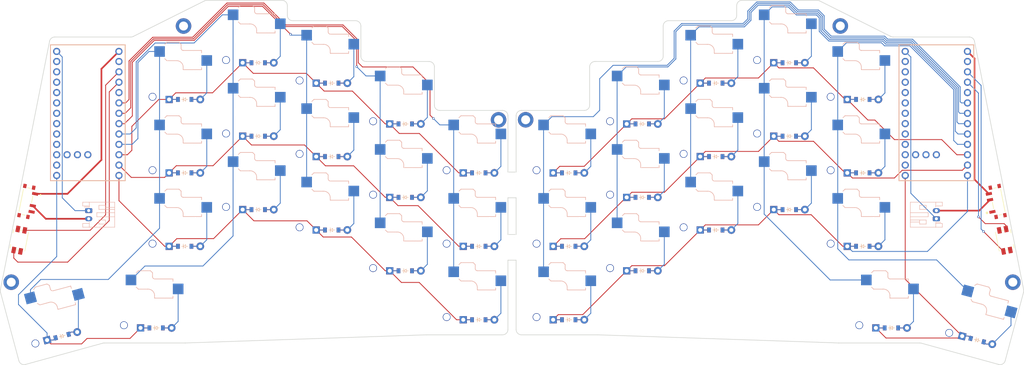
<source format=kicad_pcb>
(kicad_pcb (version 20241229) (generator "pcbnew") (generator_version "9.0")
  (title_block (title "evo34") (date "2026-01-18") (rev "v1.0.0") (company "Unknown"))
  (layers (0 "F.Cu" signal) (2 "B.Cu" signal) (13 "F.Paste" user) (15 "B.Paste" user) (5 "F.SilkS" user "F.Silkscreen") (7 "B.SilkS" user "B.Silkscreen") (1 "F.Mask" user) (3 "B.Mask" user) (25 "Edge.Cuts" user))
  (net 0 "")
  (net 1 "L_BAT-")
  (net 2 "L_D1")
  (net 3 "L_D0")
  (net 4 "L_GND_1")
  (net 5 "L_GND_2")
  (net 6 "L_D2")
  (net 7 "L_D3")
  (net 8 "L_D4")
  (net 9 "L_D5")
  (net 10 "L_D6")
  (net 11 "L_D7")
  (net 12 "L_D8")
  (net 13 "L_D9")
  (net 14 "L_PWR+")
  (net 15 "L_RAW")
  (net 16 "L_RST_GND")
  (net 17 "L_RST")
  (net 18 "L_VCC")
  (net 19 "L_D21")
  (net 20 "L_D20")
  (net 21 "L_D19")
  (net 22 "L_D18")
  (net 23 "L_D15")
  (net 24 "L_D14")
  (net 25 "L_D16")
  (net 26 "L_D10")
  (net 27 "R_BAT-")
  (net 28 "R_D1")
  (net 29 "R_D0")
  (net 30 "R_GND_1")
  (net 31 "R_GND_2")
  (net 32 "R_D2")
  (net 33 "R_D3")
  (net 34 "R_D4")
  (net 35 "R_D5")
  (net 36 "R_D6")
  (net 37 "R_D7")
  (net 38 "R_D8")
  (net 39 "R_D9")
  (net 40 "R_PWR+")
  (net 41 "R_RAW")
  (net 42 "R_RST_GND")
  (net 43 "R_RST")
  (net 44 "R_VCC")
  (net 45 "R_D21")
  (net 46 "R_D20")
  (net 47 "R_D19")
  (net 48 "R_D18")
  (net 49 "R_D15")
  (net 50 "R_D14")
  (net 51 "R_D16")
  (net 52 "R_D10")
  (net 53 "L_BAT+")
  (net 54 "R_BAT+")
  (net 55 "L_inner_top")
  (net 56 "L_inner_home")
  (net 57 "L_inner_bottom")
  (net 58 "L_index_top")
  (net 59 "L_index_home")
  (net 60 "L_index_bottom")
  (net 61 "L_middle_top")
  (net 62 "L_middle_home")
  (net 63 "L_middle_bottom")
  (net 64 "L_ring_top")
  (net 65 "L_ring_home")
  (net 66 "L_ring_bottom")
  (net 67 "L_thumbfan_default")
  (net 68 "L_thumbfan_near")
  (net 69 "L_pinky_top")
  (net 70 "L_pinky_home")
  (net 71 "L_pinky_bottom")
  (net 72 "R_inner_top")
  (net 73 "R_inner_home")
  (net 74 "R_inner_bottom")
  (net 75 "R_index_top")
  (net 76 "R_index_home")
  (net 77 "R_index_bottom")
  (net 78 "R_middle_top")
  (net 79 "R_middle_home")
  (net 80 "R_middle_bottom")
  (net 81 "R_ring_top")
  (net 82 "R_ring_home")
  (net 83 "R_ring_bottom")
  (net 84 "R_pinky_top")
  (net 85 "R_pinky_home")
  (net 86 "R_pinky_bottom")
  (net 87 "R_thumbfan_near")
  (net 88 "R_thumbfan_default")
  (footprint "Panelization:BreakLine_7h_D0.5mm_P0.85mm" (layer "F.Cu") (at 198.9 146.25 90)
    (property "Reference" "REF**" (hide yes))
    (property "Value" "BreakLine_7h_D0.5mm_P0.85mm" (hide yes))
  )
  (footprint "ComboDiode" (layer "F.Cu") (at 285.393874 110)
    (property "Reference" "D15" (hide yes))
    (property "Value" "" (hide yes))
  )
  (footprint "keyboard_parts:mounting_hole" (layer "F.Cu") (at 322.110785 154.794785)
    (property "Reference" "REF**" (hide yes))
    (property "Value" "mounting_hole" (hide yes))
  )
  (footprint "ComboDiode" (layer "F.Cu") (at 313.393874 169 -15)
    (property "Reference" "D17" (hide yes))
    (property "Value" "" (hide yes))
  )
  (footprint "ComboDiode" (layer "F.Cu") (at 231.393874 116)
    (property "Reference" "D6" (hide yes))
    (property "Value" "" (hide yes))
  )
  (footprint "ComboDiode" (layer "F.Cu") (at 155.385 106)
    (property "Reference" "D26" (hide yes))
    (property "Value" "" (hide yes))
  )
  (footprint "ComboDiode" (layer "F.Cu") (at 231.393874 134)
    (property "Reference" "D5" (hide yes))
    (property "Value" "" (hide yes))
  )
  (footprint "ComboDiode" (layer "F.Cu") (at 249.393874 142)
    (property "Reference" "D7" (hide yes))
    (property "Value" "" (hide yes))
  )
  (footprint "ComboDiode" (layer "F.Cu") (at 173.385 134)
    (property "Reference" "D22" (hide yes))
    (property "Value" "" (hide yes))
  )
  (footprint "keyboard_parts:mounting_hole" (layer "F.Cu") (at 279.88 91.99)
    (property "Reference" "REF**" (hide yes))
    (property "Value" "mounting_hole" (hide yes))
  )
  (footprint "evo34:Nice_Nano_V2_clone" (layer "F.Cu") (at 99.795 116.72)
    (property "Reference" "U1" (hide yes))
    (property "Value" "Nice_Nano_V2_clone" (hide yes))
  )
  (footprint "ComboDiode" (layer "F.Cu") (at 249.393874 124)
    (property "Reference" "D8" (hide yes))
    (property "Value" "" (hide yes))
  )
  (footprint "Panelization:BreakLine_7h_D0.5mm_P0.85mm" (layer "F.Cu") (at 200.1 130.95 90)
    (property "Reference" "REF**" (hide yes))
    (property "Value" "BreakLine_7h_D0.5mm_P0.85mm" (hide yes))
  )
  (footprint "evo34:SW_SSSS811101" (layer "F.Cu") (at 80.635 135 -101.173)
    (property "Reference" "REF**" (hide yes))
    (property "Value" "SW_SSSS811101" (hide yes))
  )
  (footprint "ComboDiode" (layer "F.Cu") (at 267.393874 137)
    (property "Reference" "D10" (hide yes))
    (property "Value" "" (hide yes))
  )
  (footprint "ComboDiode" (layer "F.Cu") (at 112.385 166)
    (property "Reference" "D33" (hide yes))
    (property "Value" "" (hide yes))
  )
  (footprint "ComboDiode" (layer "F.Cu") (at 213.393874 128)
    (property "Reference" "D3" (hide yes))
    (property "Value" "" (hide yes))
  )
  (footprint "ComboDiode" (layer "F.Cu") (at 231.393874 152)
    (property "Reference" "D4" (hide yes))
    (property "Value" "" (hide yes))
  )
  (footprint "Panelization:BreakLine_7h_D0.5mm_P0.85mm" (layer "F.Cu") (at 200.1 146.25 90)
    (property "Reference" "REF**" (hide yes))
    (property "Value" "BreakLine_7h_D0.5mm_P0.85mm" (hide yes))
  )
  (footprint "evo34:Nice_Nano_V2_clone" (layer "F.Cu") (at 307.513874 116.72)
    (property "Reference" "U1" (hide yes))
    (property "Value" "Nice_Nano_V2_clone" (hide yes))
  )
  (footprint "ComboDiode" (layer "F.Cu") (at 191.385 164)
    (property "Reference" "D18" (hide yes))
    (property "Value" "" (hide yes))
  )
  (footprint "ComboDiode" (layer "F.Cu") (at 267.393874 101)
    (property "Reference" "D12" (hide yes))
    (property "Value" "" (hide yes))
  )
  (footprint "Panelization:BreakLine_7h_D0.5mm_P0.85mm" (layer "F.Cu") (at 198.9 130.95 90)
    (property "Reference" "REF**" (hide yes))
    (property "Value" "BreakLine_7h_D0.5mm_P0.85mm" (hide yes))
  )
  (footprint "ComboDiode" (layer "F.Cu") (at 119.385 146)
    (property "Reference" "D30" (hide yes))
    (property "Value" "" (hide yes))
  )
  (footprint "ComboDiode" (layer "F.Cu") (at 213.393874 146)
    (property "Reference" "D2" (hide yes))
    (property "Value" "" (hide yes))
  )
  (footprint "ComboDiode" (layer "F.Cu") (at 249.393874 106)
    (property "Reference" "D9" (hide yes))
    (property "Value" "" (hide yes))
  )
  (footprint "ComboDiode" (layer "F.Cu") (at 267.393874 119)
    (property "Reference" "D11" (hide yes))
    (property "Value" "" (hide yes))
  )
  (footprint "" (layer "F.Cu") (at 202.85 114.98)
    (property "Reference" "")
    (property "Value" "")
  )
  (footprint "ComboDiode" (layer "F.Cu") (at 285.393874 146)
    (property "Reference" "D13" (hide yes))
    (property "Value" "" (hide yes))
  )
  (footprint "ComboDiode" (layer "F.Cu") (at 173.385 116)
    (property "Reference" "D23" (hide yes))
    (property "Value" "" (hide yes))
  )
  (footprint "ComboDiode" (layer "F.Cu") (at 89.385 168 15)
    (property "Reference" "D34" (hide yes))
    (property "Value" "" (hide yes))
  )
  (footprint "ComboDiode" (layer "F.Cu") (at 155.385 142)
    (property "Reference" "D24" (hide yes))
    (property "Value" "" (hide yes))
  )
  (footprint "ComboDiode" (layer "F.Cu") (at 173.385 152)
    (property "Reference" "D21" (hide yes))
    (property "Value" "" (hide yes))
  )
  (footprint "ComboDiode" (layer "F.Cu") (at 119.385 110)
    (property "Reference" "D32" (hide yes))
    (property "Value" "" (hide yes))
  )
  (footprint "ComboDiode" (layer "F.Cu") (at 137.385 101)
    (property "Reference" "D29" (hide yes))
    (property "Value" "" (hide yes))
  )
  (footprint "Button_Switch_SMD:Panasonic_EVQPUL_EVQPUC" (layer "F.Cu") (at 78.885 144.5 78.827)
    (property "Reference" "REF**" (hide yes))
    (property "Value" "Panasonic_EVQPUL_EVQPUC" (hide yes))
  )
  (footprint "ComboDiode" (layer "F.Cu") (at 191.385 146)
    (property "Reference" "D19" (hide yes))
    (property "Value" "" (hide yes))
  )
  (footprint "ComboDiode" (layer "F.Cu") (at 292.393874 166)
    (property "Reference" "D16" (hide yes))
    (property "Value" "" (hide yes))
  )
  (footprint "ComboDiode" (layer "F.Cu") (at 155.385 124)
    (property "Reference" "D25" (hide yes))
    (property "Value" "" (hide yes))
  )
  (footprint "ComboDiode" (layer "F.Cu") (at 191.385 128)
    (property "Reference" "D20" (hide yes))
    (property "Value" "" (hide yes))
  )
  (footprint "ComboDiode" (layer "F.Cu") (at 285.393874 128)
    (property "Reference" "D14" (hide yes))
    (property "Value" "" (hide yes))
  )
  (footprint "ComboDiode" (layer "F.Cu") (at 137.385 119)
    (property "Reference" "D28" (hide yes))
    (property "Value" "" (hide yes))
  )
  (footprint "ComboDiode" (layer "F.Cu") (at 213.393874 164)
    (property "Reference" "D1" (hide yes))
    (property "Value" "" (hide yes))
  )
  (footprint "Button_Switch_SMD:Panasonic_EVQPUL_EVQPUC" (layer "F.Cu") (at 320.143874 144.5 -78.827)
    (property "Reference" "REF**" (hide yes))
    (property "Value" "Panasonic_EVQPUL_EVQPUC" (hide yes))
  )
  (footprint "evo34:SW_SSSS811101" (layer "F.Cu") (at 318.393874 135 101.173)
    (property "Reference" "REF**" (hide yes))
    (property "Value" "SW_SSSS811101" (hide yes))
  )
  (footprint "ComboDiode" (layer "F.Cu") (at 137.385 137)
    (property "Reference" "D27" (hide yes))
    (property "Value" "" (hide yes))
  )
  (footprint "ComboDiode" (layer "F.Cu") (at 119.385 128)
    (property "Reference" "D31" (hide yes))
    (property "Value" "" (hide yes))
  )
  (footprint "ceoloide:switch_choc_v1_v2" (layer "B.Cu") (at 116.512252 140.19434)
    (property "Reference" "S30" (hide yes))
    (property "Value" "")
  )
  (footprint "ceoloide:switch_choc_v1_v2" (layer "B.Cu") (at 210.521126 122.19434)
    (property "Reference" "S3" (hide yes))
    (property "Value" "")
  )
  (footprint "ceoloide:switch_choc_v1_v2" (layer "B.Cu") (at 116.512252 104.19434)
    (property "Reference" "S32" (hide yes))
    (property "Value" "")
  )
  (footprint "" (layer "B.Cu") (at 119.102252 92 180)
    (property "Reference" "")
    (property "Value" "")
  )
  (footprint "ceoloide:switch_choc_v1_v2" (layer "B.Cu") (at 170.512252 146.19434)
    (property "Reference" "S21" (hide yes))
    (property "Value" "")
  )
  (footprint "" (layer "B.Cu") (at 76.922593 154.794785 180)
    (property "Reference" "")
    (property "Value" "")
  )
  (footprint "ceoloide:switch_choc_v1_v2" (layer "B.Cu") (at 116.512252 122.19434)
    (property "Reference" "S31" (hide yes))
    (property "Value" "")
  )
  (footprint "ceoloide:switch_choc_v1_v2" (layer "B.Cu") (at 188.512252 158.19434)
    (property "Reference" "S18" (hide yes))
    (property "Value" "")
  )
  (footprint "ceoloide:switch_choc_v1_v2" (layer "B.Cu") (at 152.512252 118.19434)
    (property "Reference" "S25" (hide yes))
    (property "Value" "")
  )
  (footprint "ceoloide:switch_choc_v1_v2" (layer "B.Cu") (at 152.512252 136.19434)
    (property "Reference" "S24" (hide yes))
    (property "Value" "")
  )
  (footprint "ceoloide:switch_choc_v1_v2" (layer "B.Cu") (at 86.333252 163.542131 15)
    (property "Reference" "S34" (hide yes))
    (property "Value" "")
  )
  (footprint "ceoloide:switch_choc_v1_v2" (layer "B.Cu") (at 134.512252 113.19434)
    (property "Reference" "S28" (hide yes))
    (property "Value" "")
  )
  (footprint "ceoloide:switch_choc_v1_v2" (layer "B.Cu") (at 246.521126 100.19434)
    (property "Reference" "S9" (hide yes))
    (property "Value" "")
  )
  (footprint "ceoloide:switch_choc_v1_v2" (layer "B.Cu") (at 264.521126 95.19434)
    (property "Reference" "S12" (hide yes))
    (property "Value" "")
  )
  (footprint "ceoloide:switch_choc_v1_v2" (layer "B.Cu") (at 210.521126 140.19434)
    (property "Reference" "S2" (hide yes))
    (property "Value" "")
  )
  (footprint "ceoloide:switch_choc_v1_v2" (layer "B.Cu") (at 170.512252 128.19434)
    (property "Reference" "S22" (hide yes))
    (property "Value" "")
  )
  (footprint "ceoloide:switch_choc_v1_v2" (layer "B.Cu") (at 228.521126 128.19434)
    (property "Reference" "S5" (hide yes))
    (property "Value" "")
  )
  (footprint "Connector_JST:JST_PH_S2B-PH-K_1x02_P2.00mm_Horizontal" (layer "B.Cu") (at 95.885 137.25 -90)
    (property "Reference" "REF**" (hide yes))
    (property "Value" "JST_PH_S2B-PH-K_1x02_P2.00mm_Horizontal" (hide yes))
  )
  (footprint "ceoloide:switch_choc_v1_v2" (layer "B.Cu") (at 282.521126 122.19434)
    (property "Reference" "S14" (hide yes))
    (property "Value" "")
  )
  (footprint "" (layer "B.Cu") (at 196.22 114.99743 180)
    (property "Reference" "")
    (property "Value" "")
  )
  (footprint "ceoloide:switch_choc_v1_v2" (layer "B.Cu") (at 109.512252 160.19434)
    (property "Reference" "S33" (hide yes))
    (property "Value" "")
  )
  (footprint "ceoloide:switch_choc_v1_v2" (layer "B.Cu") (at 312.700126 163.542131 -15)
    (property "Reference" "S17" (hide yes))
    (property "Value" "")
  )
  (footprint "ceoloide:switch_choc_v1_v2" (layer "B.Cu") (at 246.521126 118.19434)
    (property "Reference" "S8" (hide yes))
    (property "Value" "")
  )
  (footprint "ceoloide:switch_choc_v1_v2" (layer "B.Cu") (at 134.512252 131.19434)
    (property "Reference" "S27" (hide yes))
    (property "Value" "")
  )
  (footprint "ceoloide:switch_choc_v1_v2" (layer "B.Cu") (at 188.512252 122.19434)
    (property "Reference" "S20" (hide yes))
    (property "Value" "")
  )
  (footprint "ceoloide:switch_choc_v1_v2" (layer "B.Cu") (at 210.521126 158.19434)
    (property "Reference" "S1" (hide yes))
    (property "Value" "")
  )
  (footprint "ceoloide:switch_choc_v1_v2" (layer "B.Cu") (at 289.521126 160.19434)
    (property "Reference" "S16" (hide yes))
    (property "Value" "")
  )
  (footprint "ceoloide:switch_choc_v1_v2" (layer "B.Cu") (at 228.521126 110.19434)
    (property "Reference" "S6" (hide yes))
    (property "Value" "")
  )
  (footprint "ceoloide:switch_choc_v1_v2" (layer "B.Cu") (at 282.521126 140.19434)
    (property "Reference" "S13" (hide yes))
    (property "Value" "")
  )
  (footprint "ceoloide:switch_choc_v1_v2" (layer "B.Cu") (at 264.521126 113.19434)
    (property "Reference" "S11" (hide yes))
    (property "Value" "")
  )
  (footprint "ceoloide:switch_choc_v1_v2" (layer "B.Cu") (at 228.521126 146.19434)
    (property "Reference" "S4" (hide yes))
    (property "Value" "")
  )
  (footprint "ceoloide:switch_choc_v1_v2" (layer "B.Cu") (at 152.512252 100.19434)
    (property "Reference" "S26" (hide yes))
    (property "Value" "")
  )
  (footprint "Connector_JST:JST_PH_S2B-PH-K_1x02_P2.00mm_Horizontal" (layer "B.Cu") (at 303.393874 139.25 90)
    (property "Reference" "REF**" (hide yes))
    (property "Value" "JST_PH_S2B-PH-K_1x02_P2.00mm_Horizontal" (hide yes))
  )
  (footprint "ceoloide:switch_choc_v1_v2" (layer "B.Cu") (at 246.521126 136.19434)
    (property "Reference" "S7" (hide yes))
    (property "Value" "")
  )
  (footprint "ceoloide:switch_choc_v1_v2" (layer "B.Cu") (at 134.512252 95.19434)
    (property "Reference" "S29" (hide yes))
    (property "Value" "")
  )
  (footprint "ceoloide:switch_choc_v1_v2" (layer "B.Cu") (at 282.521126 104.19434)
    (property "Reference" "S15" (hide yes))
    (property "Value" "")
  )
  (footprint "ceoloide:switch_choc_v1_v2" (layer "B.Cu") (at 188.512252 140.19434)
    (property "Reference" "S19" (hide yes))
    (property "Value" "")
  )
  (footprint "ceoloide:switch_choc_v1_v2" (layer "B.Cu") (at 264.521126 131.19434)
    (property "Reference" "S10" (hide yes))
    (property "Value" "")
  )
  (footprint "ceoloide:switch_choc_v1_v2" (layer "B.Cu") (at 170.512252 110.19434)
    (property "Reference" "S23" (hide yes))
    (property "Value" "")
  )
  (gr_arc (start 311.452777 94.69434) (mid 312.278182 94.989957) (end 312.728139 95.742441) (stroke (width 0.15)) (layer "Edge.Cuts"))
  (gr_line (start 255.821126 85.69434) (end 274.214238 85.69434) (stroke (width 0.15)) (layer "Edge.Cuts"))
  (gr_circle (center 322.110785 154.794785) (end 323.110785 154.794785) (stroke (width 0.05)) (fill no) (layer "Edge.Cuts"))
  (gr_circle (center 279.88 91.99) (end 279.88 90.99) (stroke (width 0.05)) (fill no) (layer "Edge.Cuts"))
  (gr_line (start 180.512252 111.39434) (end 180.512252 101.99434) (stroke (width 0.15)) (layer "Edge.Cuts"))
  (gr_line (start 200.521126 134.1) (end 198.512252 134.099978) (stroke (width 0.15)) (layer "Edge.Cuts"))
  (gr_arc (start 124.237763 85.831585) (mid 124.520462 85.729122) (end 124.81914 85.69434) (stroke (width 0.15)) (layer "Edge.Cuts"))
  (gr_line (start 197.212252 112.69434) (end 181.812252 112.69434) (stroke (width 0.15)) (layer "Edge.Cuts"))
  (gr_arc (start 236.521126 99.39434) (mid 236.140348 100.313536) (end 235.221126 100.69434) (stroke (width 0.15)) (layer "Edge.Cuts"))
  (gr_arc (start 80.394831 174.959061) (mid 79.403548 174.833835) (end 78.793971 174.042183) (stroke (width 0.15)) (layer "Edge.Cuts"))
  (gr_arc (start 181.812252 112.69434) (mid 180.89303 112.313564) (end 180.512252 111.39434) (stroke (width 0.15)) (layer "Edge.Cuts"))
  (gr_arc (start 119.534268 169.693594) (mid 119.51225 169.694152) (end 119.490225 169.69434) (stroke (width 0.15)) (layer "Edge.Cuts"))
  (gr_arc (start 274.214238 85.69434) (mid 274.512912 85.729129) (end 274.795615 85.831585) (stroke (width 0.15)) (layer "Edge.Cuts"))
  (gr_line (start 106.205364 94.69434) (end 87.580601 94.69434) (stroke (width 0.15)) (layer "Edge.Cuts"))
  (gr_arc (start 161.212252 90.69434) (mid 162.131508 91.075087) (end 162.512252 91.99434) (stroke (width 0.15)) (layer "Edge.Cuts"))
  (gr_arc (start 292.828014 94.69434) (mid 292.529338 94.659554) (end 292.246637 94.557095) (stroke (width 0.15)) (layer "Edge.Cuts"))
  (gr_line (start 312.728139 95.742441) (end 324.759609 156.657559) (stroke (width 0.15)) (layer "Edge.Cuts"))
  (gr_line (start 119.534268 169.693594) (end 178.490236 167.695086) (stroke (width 0.15)) (layer "Edge.Cuts"))
  (gr_arc (start 254.521126 86.99434) (mid 254.90187 86.075058) (end 255.821126 85.69434) (stroke (width 0.15)) (layer "Edge.Cuts"))
  (gr_line (start 80.394831 174.959061) (end 99.342827 169.740998) (stroke (width 0.15)) (layer "Edge.Cuts"))
  (gr_arc (start 163.812252 100.69434) (mid 162.89303 100.313564) (end 162.512252 99.39434) (stroke (width 0.15)) (layer "Edge.Cuts"))
  (gr_arc (start 201.821126 167.69434) (mid 200.901904 167.313564) (end 200.521126 166.39434) (stroke (width 0.15)) (layer "Edge.Cuts"))
  (gr_line (start 198.512252 134.099978) (end 198.512252 143.1) (stroke (width 0.15)) (layer "Edge.Cuts"))
  (gr_arc (start 200.521126 113.99434) (mid 200.90187 113.075058) (end 201.821126 112.69434) (stroke (width 0.15)) (layer "Edge.Cuts"))
  (gr_line (start 198.512252 166.39434) (end 198.512252 149.399978) (stroke (width 0.15)) (layer "Edge.Cuts"))
  (gr_arc (start 254.521126 89.39434) (mid 254.140348 90.313536) (end 253.221126 90.69434) (stroke (width 0.15)) (layer "Edge.Cuts"))
  (gr_arc (start 178.490236 167.695086) (mid 178.512254 167.694528) (end 178.534279 167.69434) (stroke (width 0.15)) (layer "Edge.Cuts"))
  (gr_line (start 74.293426 157.245923) (end 78.793971 174.042184) (stroke (width 0.15)) (layer "Edge.Cuts"))
  (gr_arc (start 145.812252 90.69434) (mid 144.89303 90.313564) (end 144.512252 89.39434) (stroke (width 0.15)) (layer "Edge.Cuts"))
  (gr_line (start 178.534279 167.69434) (end 197.212252 167.69434) (stroke (width 0.15)) (layer "Edge.Cuts"))
  (gr_arc (start 236.521126 91.99434) (mid 236.90187 91.075058) (end 237.821126 90.69434) (stroke (width 0.15)) (layer "Edge.Cuts"))
  (gr_arc (start 220.499099 167.69434) (mid 220.521124 167.694526) (end 220.543142 167.695086) (stroke (width 0.15)) (layer "Edge.Cuts"))
  (gr_arc (start 106.786741 94.557095) (mid 106.504042 94.659566) (end 106.205364 94.69434) (stroke (width 0.15)) (layer "Edge.Cuts"))
  (gr_arc (start 179.212252 100.69434) (mid 180.131508 101.075087) (end 180.512252 101.99434) (stroke (width 0.15)) (layer "Edge.Cuts"))
  (gr_line (start 279.49911 169.693594) (end 220.543142 167.695086) (stroke (width 0.15)) (layer "Edge.Cuts"))
  (gr_line (start 201.821126 112.69434) (end 217.221126 112.69434) (stroke (width 0.15)) (layer "Edge.Cuts"))
  (gr_arc (start 143.212252 85.69434) (mid 144.131508 86.075087) (end 144.512252 86.99434) (stroke (width 0.15)) (layer "Edge.Cuts"))
  (gr_arc (start 197.212252 112.69434) (mid 198.131508 113.075087) (end 198.512252 113.98974) (stroke (width 0.15)) (layer "Edge.Cuts"))
  (gr_line (start 237.821126 90.69434) (end 253.221126 90.69434) (stroke (width 0.15)) (layer "Edge.Cuts"))
  (gr_line (start 124.237763 85.831585) (end 106.786741 94.557095) (stroke (width 0.15)) (layer "Edge.Cuts"))
  (gr_line (start 200.521126 166.39434) (end 200.521126 149.4) (stroke (width 0.15)) (layer "Edge.Cuts"))
  (gr_line (start 198.512252 143.1) (end 200.521126 143.1) (stroke (width 0.15)) (layer "Edge.Cuts"))
  (gr_arc (start 99.342827 169.740998) (mid 99.513836 169.706055) (end 99.687984 169.69434) (stroke (width 0.15)) (layer "Edge.Cuts"))
  (gr_line (start 236.521126 99.39434) (end 236.521126 91.99434) (stroke (width 0.15)) (layer "Edge.Cuts"))
  (gr_line (start 218.521126 111.39434) (end 218.521126 101.99434) (stroke (width 0.15)) (layer "Edge.Cuts"))
  (gr_line (start 324.739952 157.245923) (end 320.239407 174.042184) (stroke (width 0.15)) (layer "Edge.Cuts"))
  (gr_arc (start 320.239407 174.042184) (mid 319.629796 174.833801) (end 318.638547 174.959061) (stroke (width 0.15)) (layer "Edge.Cuts"))
  (gr_arc (start 74.293427 157.245923) (mid 74.249861 156.952869) (end 74.273769 156.657559) (stroke (width 0.15)) (layer "Edge.Cuts"))
  (gr_line (start 299.345394 169.69434) (end 279.543153 169.69434) (stroke (width 0.15)) (layer "Edge.Cuts"))
  (gr_line (start 179.212252 100.69434) (end 163.812252 100.69434) (stroke (width 0.15)) (layer "Edge.Cuts"))
  (gr_arc (start 324.759609 156.657559) (mid 324.783529 156.95287) (end 324.739951 157.245923) (stroke (width 0.15)) (layer "Edge.Cuts"))
  (gr_line (start 143.212252 85.69434) (end 124.81914 85.69434) (stroke (width 0.15)) (layer "Edge.Cuts"))
  (gr_arc (start 279.543153 169.69434) (mid 279.521128 169.694154) (end 279.49911 169.693594) (stroke (width 0.15)) (layer "Edge.Cuts"))
  (gr_arc (start 198.512252 166.39434) (mid 198.131474 167.313536) (end 197.212252 167.69434) (stroke (width 0.15)) (layer "Edge.Cuts"))
  (gr_arc (start 218.521126 111.39434) (mid 218.140348 112.313536) (end 217.221126 112.69434) (stroke (width 0.15)) (layer "Edge.Cuts"))
  (gr_line (start 254.521126 89.39434) (end 254.521126 86.99434) (stroke (width 0.15)) (layer "Edge.Cuts"))
  (gr_line (start 198.512252 127.8) (end 198.512252 113.98974) (stroke (width 0.15)) (layer "Edge.Cuts"))
  (gr_arc (start 299.345394 169.69434) (mid 299.519543 169.706051) (end 299.690551 169.740998) (stroke (width 0.15)) (layer "Edge.Cuts"))
  (gr_line (start 220.499099 167.69434) (end 201.821126 167.69434) (stroke (width 0.15)) (layer "Edge.Cuts"))
  (gr_line (start 200.521126 149.4) (end 198.512252 149.399978) (stroke (width 0.15)) (layer "Edge.Cuts"))
  (gr_line (start 162.512252 99.39434) (end 162.512252 91.99434) (stroke (width 0.15)) (layer "Edge.Cuts"))
  (gr_line (start 144.512252 89.39434) (end 144.512252 86.99434) (stroke (width 0.15)) (layer "Edge.Cuts"))
  (gr_line (start 292.828014 94.69434) (end 311.452777 94.69434) (stroke (width 0.15)) (layer "Edge.Cuts"))
  (gr_line (start 86.305239 95.742441) (end 74.273769 156.657559) (stroke (width 0.15)) (layer "Edge.Cuts"))
  (gr_arc (start 218.521126 101.99434) (mid 218.90187 101.075058) (end 219.821126 100.69434) (stroke (width 0.15)) (layer "Edge.Cuts"))
  (gr_line (start 99.687984 169.69434) (end 119.490225 169.69434) (stroke (width 0.15)) (layer "Edge.Cuts"))
  (gr_line (start 198.512252 127.8) (end 200.521126 127.8) (stroke (width 0.15)) (layer "Edge.Cuts"))
  (gr_line (start 161.212252 90.69434) (end 145.812252 90.69434) (stroke (width 0.15)) (layer "Edge.Cuts"))
  (gr_line (start 318.638547 174.959061) (end 299.690551 169.740998) (stroke (width 0.15)) (layer "Edge.Cuts"))
  (gr_arc (start 86.305239 95.742441) (mid 86.755228 94.990015) (end 87.580601 94.69434) (stroke (width 0.15)) (layer "Edge.Cuts"))
  (gr_line (start 200.521126 134.1) (end 200.521126 143.1) (stroke (width 0.15)) (layer "Edge.Cuts"))
  (gr_line (start 219.821126 100.69434) (end 235.221126 100.69434) (stroke (width 0.15)) (layer "Edge.Cuts"))
  (gr_line (start 200.521126 127.8) (end 200.521126 113.99434) (stroke (width 0.15)) (layer "Edge.Cuts"))
  (gr_line (start 274.795615 85.831585) (end 292.246637 94.557095) (stroke (width 0.15)) (layer "Edge.Cuts"))
  (segment (start 303.393874 139.25) (end 297.136574 132.9927) (width 0.2) (layer "B.Cu") (net 1))
  (segment (start 297.136574 99.5927) (end 295.763874 98.22) (width 0.2) (layer "B.Cu") (net 1))
  (segment (start 297.136574 132.9927) (end 297.136574 99.5927) (width 0.2) (layer "B.Cu") (net 1))
  (segment (start 309.254041 168.473554) (end 309.713697 168.013898) (width 0.2) (layer "F.Cu") (net 13))
  (segment (start 311.800096 168.57295) (end 311.241044 168.013898) (width 0.2) (layer "F.Cu") (net 13))
  (segment (start 291.057428 168.473554) (end 309.254041 168.473554) (width 0.2) (layer "F.Cu") (net 13))
  (segment (start 311.241044 168.013898) (end 309.713697 168.013898) (width 0.2) (layer "F.Cu") (net 13))
  (segment (start 309.713697 168.013898) (end 295.773874 154.074075) (width 0.2) (layer "F.Cu") (net 13))
  (segment (start 295.773874 154.074075) (end 295.773874 128.63) (width 0.2) (layer "F.Cu") (net 13))
  (segment (start 288.583874 166) (end 291.057428 168.473554) (width 0.2) (layer "F.Cu") (net 13))
  (segment (start 290.743874 166) (end 288.583874 166) (width 0.2) (layer "F.Cu") (net 13))
  (segment (start 311.241044 168.013898) (end 309.713697 168.013898) (width 0.2) (layer "B.Cu") (net 13))
  (segment (start 311.800096 168.57295) (end 311.241044 168.013898) (width 0.2) (layer "B.Cu") (net 13))
  (segment (start 290.743874 166) (end 288.583874 166) (width 0.2) (layer "B.Cu") (net 13))
  (segment (start 312.723874 99.94) (end 311.003874 98.22) (width 0.4) (layer "F.Cu") (net 14))
  (segment (start 312.723874 129.614565) (end 316.241055 133.131746) (width 0.4) (layer "F.Cu") (net 14))
  (segment (start 312.723874 99.94) (end 312.723874 129.614565) (width 0.4) (layer "F.Cu") (net 14))
  (segment (start 314.953874 142.375192) (end 319.818636 147.239954) (width 0.2) (layer "F.Cu") (net 16))
  (via (at 314.953874 142.375192) (size 0.6) (drill 0.3) (layers "F.Cu" "B.Cu") (net 16))
  (segment (start 314.353874 141.775192) (end 314.353874 106.57) (width 0.2) (layer "B.Cu") (net 16))
  (segment (start 314.953874 142.375192) (end 314.353874 141.775192) (width 0.2) (layer "B.Cu") (net 16))
  (segment (start 314.353874 106.57) (end 311.013874 103.23) (width 0.2) (layer "B.Cu") (net 16))
  (segment (start 313.703874 138.78) (end 315.355136 140.431262) (width 0.2) (layer "F.Cu") (net 17))
  (segment (start 320.469112 140.929112) (end 320.469112 141.760046) (width 0.2) (layer "F.Cu") (net 17))
  (segment (start 319.97 140.43) (end 320.469112 140.929112) (width 0.2) (layer "F.Cu") (net 17))
  (segment (start 315.355136 140.431262) (end 319.968738 140.431262) (width 0.2) (layer "F.Cu") (net 17))
  (segment (start 319.968738 140.431262) (end 319.97 140.43) (width 0.2) (layer "F.Cu") (net 17))
  (via (at 313.703874 138.78) (size 0.6) (drill 0.3) (layers "F.Cu" "B.Cu") (net 17))
  (segment (start 313.703874 108.46) (end 311.013874 105.77) (width 0.2) (layer "B.Cu") (net 17))
  (segment (start 313.703874 138.78) (end 313.703874 108.46) (width 0.2) (layer "B.Cu") (net 17))
  (segment (start 297.558274 95.236) (end 309.237874 106.9156) (width 0.2) (layer "B.Cu") (net 19))
  (segment (start 239.212874 93.211) (end 241.035874 91.388) (width 0.2) (layer "B.Cu") (net 19))
  (segment (start 277.671037 94.49) (end 290.743874 94.49) (width 0.2) (layer "B.Cu") (net 19))
  (segment (start 309.237874 106.9156) (end 309.237874 110.574) (width 0.2) (layer "B.Cu") (net 19))
  (segment (start 269.602174 88.077) (end 274.532174 88.077) (width 0.2) (layer "B.Cu") (net 19))
  (segment (start 219.423874 114.21) (end 220.973874 112.66) (width 0.2) (layer "B.Cu") (net 19))
  (segment (start 291.489874 95.236) (end 297.558274 95.236) (width 0.2) (layer "B.Cu") (net 19))
  (segment (start 207.246126 116.24434) (end 207.246126 134.24434) (width 0.2) (layer "B.Cu") (net 19))
  (segment (start 237.490324 101.62645) (end 239.212874 99.9039) (width 0.2) (layer "B.Cu") (net 19))
  (segment (start 256.081674 91.388) (end 257.206774 90.2629) (width 0.2) (layer "B.Cu") (net 19))
  (segment (start 241.035874 91.388) (end 256.081674 91.388) (width 0.2) (layer "B.Cu") (net 19))
  (segment (start 275.935519 92.754482) (end 277.671037 94.49) (width 0.2) (layer "B.Cu") (net 19))
  (segment (start 309.513874 110.85) (end 311.013874 110.85) (width 0.2) (layer "B.Cu") (net 19))
  (segment (start 239.212874 99.9039) (end 239.212874 93.211) (width 0.2) (layer "B.Cu") (net 19))
  (segment (start 259.438534 86.09534) (end 267.620514 86.09534) (width 0.2) (layer "B.Cu") (net 19))
  (segment (start 275.935519 89.480345) (end 275.935519 92.754482) (width 0.2) (layer "B.Cu") (net 19))
  (segment (start 257.206774 88.3271) (end 259.438534 86.09534) (width 0.2) (layer "B.Cu") (net 19))
  (segment (start 220.973874 104.91) (end 224.257424 101.62645) (width 0.2) (layer "B.Cu") (net 19))
  (segment (start 209.280466 114.21) (end 219.423874 114.21) (width 0.2) (layer "B.Cu") (net 19))
  (segment (start 220.973874 112.66) (end 220.973874 104.91) (width 0.2) (layer "B.Cu") (net 19))
  (segment (start 257.206774 90.2629) (end 257.206774 88.3271) (width 0.2) (layer "B.Cu") (net 19))
  (segment (start 267.620514 86.09534) (end 269.602174 88.077) (width 0.2) (layer "B.Cu") (net 19))
  (segment (start 207.246126 134.24434) (end 207.246126 152.24434) (width 0.2) (layer "B.Cu") (net 19))
  (segment (start 274.532174 88.077) (end 275.935519 89.480345) (width 0.2) (layer "B.Cu") (net 19))
  (segment (start 290.743874 94.49) (end 291.489874 95.236) (width 0.2) (layer "B.Cu") (net 19))
  (segment (start 207.246126 116.24434) (end 209.280466 114.21) (width 0.2) (layer "B.Cu") (net 19))
  (segment (start 309.237874 110.574) (end 309.513874 110.85) (width 0.2) (layer "B.Cu") (net 19))
  (segment (start 224.257424 101.62645) (end 237.490324 101.62645) (width 0.2) (layer "B.Cu") (net 19))
  (segment (start 308.836874 113.073) (end 309.153874 113.39) (width 0.2) (layer "B.Cu") (net 20))
  (segment (start 225.246126 104.24434) (end 227.463016 102.02745) (width 0.2) (layer "B.Cu") (net 20))
  (segment (start 297.392174 95.637) (end 308.836874 107.0817) (width 0.2) (layer "B.Cu") (net 20))
  (segment (start 259.604634 86.49634) (end 267.454414 86.49634) (width 0.2) (layer "B.Cu") (net 20))
  (segment (start 237.656424 102.02745) (end 239.613874 100.07) (width 0.2) (layer "B.Cu") (net 20))
  (segment (start 256.247774 91.789) (end 257.607774 90.429) (width 0.2) (layer "B.Cu") (net 20))
  (segment (start 267.454414 86.49634) (end 269.436074 88.478) (width 0.2) (layer "B.Cu") (net 20))
  (segment (start 225.246126 104.24434) (end 225.246126 122.24434) (width 0.2) (layer "B.Cu") (net 20))
  (segment (start 275.533937 89.645863) (end 275.533937 92.92) (width 0.2) (layer "B.Cu") (net 20))
  (segment (start 257.607774 88.4932) (end 259.604634 86.49634) (width 0.2) (layer "B.Cu") (net 20))
  (segment (start 290.577774 94.891) (end 291.323774 95.637) (width 0.2) (layer "B.Cu") (net 20))
  (segment (start 227.463016 102.02745) (end 237.656424 102.02745) (width 0.2) (layer "B.Cu") (net 20))
  (segment (start 275.533937 92.92) (end 277.504937 94.891) (width 0.2) (layer "B.Cu") (net 20))
  (segment (start 308.836874 107.0817) (end 308.836874 113.073) (width 0.2) (layer "B.Cu") (net 20))
  (segment (start 241.201974 91.789) (end 256.247774 91.789) (width 0.2) (layer "B.Cu") (net 20))
  (segment (start 269.436074 88.478) (end 274.366074 88.478) (width 0.2) (layer "B.Cu") (net 20))
  (segment (start 309.153874 113.39) (end 311.013874 113.39) (width 0.2) (layer "B.Cu") (net 20))
  (segment (start 274.366074 88.478) (end 275.533937 89.645863) (width 0.2) (layer "B.Cu") (net 20))
  (segment (start 239.613874 100.07) (end 239.613874 93.3771) (width 0.2) (layer "B.Cu") (net 20))
  (segment (start 257.607774 90.429) (end 257.607774 88.4932) (width 0.2) (layer "B.Cu") (net 20))
  (segment (start 277.504937 94.891) (end 290.577774 94.891) (width 0.2) (layer "B.Cu") (net 20))
  (segment (start 225.246126 122.24434) (end 225.246126 140.24434) (width 0.2) (layer "B.Cu") (net 20))
  (segment (start 239.613874 93.3771) (end 241.201974 91.789) (width 0.2) (layer "B.Cu") (net 20))
  (segment (start 291.323774 95.637) (end 297.392174 95.637) (width 0.2) (layer "B.Cu") (net 20))
  (segment (start 256.413874 92.19) (end 258.008774 90.5951) (width 0.2) (layer "B.Cu") (net 21))
  (segment (start 258.008774 90.5951) (end 258.008774 88.6593) (width 0.2) (layer "B.Cu") (net 21))
  (segment (start 258.008774 88.6593) (end 259.770734 86.89734) (width 0.2) (layer "B.Cu") (net 21))
  (segment (start 290.411674 95.292) (end 291.157674 96.038) (width 0.2) (layer "B.Cu") (net 21))
  (segment (start 243.246126 112.24434) (end 243.246126 130.24434) (width 0.2) (layer "B.Cu") (net 21))
  (segment (start 291.157674 96.038) (end 297.226074 96.038) (width 0.2) (layer "B.Cu") (net 21))
  (segment (start 243.246126 94.24434) (end 245.300466 92.19) (width 0.2) (layer "B.Cu") (net 21))
  (segment (start 297.226074 96.038) (end 308.435874 107.2478) (width 0.2) (layer "B.Cu") (net 21))
  (segment (start 275.132937 93.165837) (end 277.2591 95.292) (width 0.2) (layer "B.Cu") (net 21))
  (segment (start 275.132937 89.811963) (end 275.132937 93.165837) (width 0.2) (layer "B.Cu") (net 21))
  (segment (start 259.770734 86.89734) (end 267.288314 86.89734) (width 0.2) (layer "B.Cu") (net 21))
  (segment (start 243.246126 94.24434) (end 243.246126 112.24434) (width 0.2) (layer "B.Cu") (net 21))
  (segment (start 308.833874 115.93) (end 311.013874 115.93) (width 0.2) (layer "B.Cu") (net 21))
  (segment (start 308.435874 107.2478) (end 308.435874 115.532) (width 0.2) (layer "B.Cu") (net 21))
  (segment (start 308.435874 115.532) (end 308.833874 115.93) (width 0.2) (layer "B.Cu") (net 21))
  (segment (start 274.199974 88.879) (end 275.132937 89.811963) (width 0.2) (layer "B.Cu") (net 21))
  (segment (start 269.269974 88.879) (end 274.199974 88.879) (width 0.2) (layer "B.Cu") (net 21))
  (segment (start 245.300466 92.19) (end 256.413874 92.19) (width 0.2) (layer "B.Cu") (net 21))
  (segment (start 267.288314 86.89734) (end 269.269974 88.879) (width 0.2) (layer "B.Cu") (net 21))
  (segment (start 277.2591 95.292) (end 290.411674 95.292) (width 0.2) (layer "B.Cu") (net 21))
  (segment (start 277.388214 154.24434) (end 286.246126 154.24434) (width 0.2) (layer "B.Cu") (net 22))
  (segment (start 308.034874 117.801) (end 308.034874 107.4139) (width 0.2) (layer "B.Cu") (net 22))
  (segment (start 261.246126 138.102252) (end 277.388214 154.24434) (width 0.2) (layer "B.Cu") (net 22))
  (segment (start 267.122214 87.29834) (end 263.192126 87.29834) (width 0.2) (layer "B.Cu") (net 22))
  (segment (start 308.703874 118.47) (end 308.034874 117.801) (width 0.2) (layer "B.Cu") (net 22))
  (segment (start 274.033874 89.28) (end 269.103874 89.28) (width 0.2) (layer "B.Cu") (net 22))
  (segment (start 269.103874 89.28) (end 267.122214 87.29834) (width 0.2) (layer "B.Cu") (net 22))
  (segment (start 263.192126 87.29834) (end 261.246126 89.24434) (width 0.2) (layer "B.Cu") (net 22))
  (segment (start 290.991574 96.439) (end 290.245574 95.693) (width 0.2) (layer "B.Cu") (net 22))
  (segment (start 261.246126 125.24434) (end 261.246126 138.102252) (width 0.2) (layer "B.Cu") (net 22))
  (segment (start 297.059974 96.439) (end 290.991574 96.439) (width 0.2) (layer "B.Cu") (net 22))
  (segment (start 311.013874 118.47) (end 308.703874 118.47) (width 0.2) (layer "B.Cu") (net 22))
  (segment (start 274.731937 89.978063) (end 274.033874 89.28) (width 0.2) (layer "B.Cu") (net 22))
  (segment (start 277.093 95.693) (end 274.731937 93.331937) (width 0.2) (layer "B.Cu") (net 22))
  (segment (start 261.246126 89.24434) (end 261.246126 107.24434) (width 0.2) (layer "B.Cu") (net 22))
  (segment (start 290.245574 95.693) (end 277.093 95.693) (width 0.2) (layer "B.Cu") (net 22))
  (segment (start 261.246126 107.24434) (end 261.246126 125.24434) (width 0.2) (layer "B.Cu") (net 22))
  (segment (start 308.034874 107.4139) (end 297.059974 96.439) (width 0.2) (layer "B.Cu") (net 22))
  (segment (start 274.731937 93.331937) (end 274.731937 89.978063) (width 0.2) (layer "B.Cu") (net 22))
  (segment (start 307.633874 107.58) (end 307.633874 120.06) (width 0.2) (layer "B.Cu") (net 23))
  (segment (start 290.699874 96.84) (end 296.893874 96.84) (width 0.2) (layer "B.Cu") (net 23))
  (segment (start 279.246126 134.24434) (end 279.246126 146.602252) (width 0.2) (layer "B.Cu") (net 23))
  (segment (start 308.583874 121.01) (end 311.013874 121.01) (width 0.2) (layer "B.Cu") (net 23))
  (segment (start 289.953874 96.094) (end 290.699874 96.84) (width 0.2) (layer "B.Cu") (net 23))
  (segment (start 296.893874 96.84) (end 307.633874 107.58) (width 0.2) (layer "B.Cu") (net 23))
  (segment (start 281.396466 96.094) (end 289.953874 96.094) (width 0.2) (layer "B.Cu") (net 23))
  (segment (start 303.459452 149.33) (end 311.076692 156.94724) (width 0.2) (layer "B.Cu") (net 23))
  (segment (start 279.246126 146.602252) (end 281.973874 149.33) (width 0.2) (layer "B.Cu") (net 23))
  (segment (start 279.246126 116.24434) (end 279.246126 134.24434) (width 0.2) (layer "B.Cu") (net 23))
  (segment (start 281.973874 149.33) (end 303.459452 149.33) (width 0.2) (layer "B.Cu") (net 23))
  (segment (start 279.246126 98.24434) (end 281.396466 96.094) (width 0.2) (layer "B.Cu") (net 23))
  (segment (start 279.246126 98.24434) (end 279.246126 116.24434) (width 0.2) (layer "B.Cu") (net 23))
  (segment (start 307.633874 120.06) (end 308.583874 121.01) (width 0.2) (layer "B.Cu") (net 23))
  (segment (start 308.413874 123.55) (end 311.013874 123.55) (width 0.2) (layer "F.Cu") (net 24))
  (segment (start 245.583874 106) (end 246.837374 104.7465) (width 0.2) (layer "F.Cu") (net 24))
  (segment (start 288.343874 115.0527) (end 293.123874 119.8327) (width 0.2) (layer "F.Cu") (net 24))
  (segment (start 283.743874 110) (end 281.583874 110) (width 0.2) (layer "F.Cu") (net 24))
  (segment (start 288.343874 115.0527) (end 286.636574 115.0527) (width 0.2) (layer "F.Cu") (net 24))
  (segment (start 281.057605 110) (end 273.311105 102.2535) (width 0.2) (layer "F.Cu") (net 24))
  (segment (start 293.123874 119.8327) (end 304.696574 119.8327) (width 0.2) (layer "F.Cu") (net 24))
  (segment (start 246.837374 104.7465) (end 259.837374 104.7465) (width 0.2) (layer "F.Cu") (net 24))
  (segment (start 247.743874 106) (end 245.583874 106) (width 0.2) (layer "F.Cu") (net 24))
  (segment (start 211.183874 126.4) (end 217.183874 126.4) (width 0.2) (layer "F.Cu") (net 24))
  (segment (start 281.583874 110) (end 281.057605 110) (width 0.2) (layer "F.Cu") (net 24))
  (segment (start 304.696574 119.8327) (end 308.413874 123.55) (width 0.2) (layer "F.Cu") (net 24))
  (segment (start 286.636574 115.0527) (end 281.583874 110) (width 0.2) (layer "F.Cu") (net 24))
  (segment (start 265.743874 101) (end 263.583874 101) (width 0.2) (layer "F.Cu") (net 24))
  (segment (start 259.837374 104.7465) (end 263.583874 101) (width 0.2) (layer "F.Cu") (net 24))
  (segment (start 211.743874 128) (end 209.583874 128) (width 0.2) (layer "F.Cu") (net 24))
  (segment (start 228.837374 114.7465) (end 236.837374 114.7465) (width 0.2) (layer "F.Cu") (net 24))
  (segment (start 273.311105 102.2535) (end 264.837374 102.2535) (width 0.2) (layer "F.Cu") (net 24))
  (segment (start 209.583874 128) (end 211.183874 126.4) (width 0.2) (layer "F.Cu") (net 24))
  (segment (start 236.837374 114.7465) (end 245.583874 106) (width 0.2) (layer "F.Cu") (net 24))
  (segment (start 229.743874 116) (end 227.583874 116) (width 0.2) (layer "F.Cu") (net 24))
  (segment (start 227.583874 116) (end 228.837374 114.7465) (width 0.2) (layer "F.Cu") (net 24))
  (segment (start 264.837374 102.2535) (end 263.583874 101) (width 0.2) (layer "F.Cu") (net 24))
  (segment (start 217.183874 126.4) (end 227.583874 116) (width 0.2) (layer "F.Cu") (net 24))
  (segment (start 209.583874 128) (end 211.743874 128) (width 0.2) (layer "B.Cu") (net 24))
  (segment (start 227.583874 116) (end 229.743874 116) (width 0.2) (layer "B.Cu") (net 24))
  (segment (start 245.583874 106) (end 247.743874 106) (width 0.2) (layer "B.Cu") (net 24))
  (segment (start 263.583874 101) (end 265.743874 101) (width 0.2) (layer "B.Cu") (net 24))
  (segment (start 281.583874 110) (end 283.743874 110) (width 0.2) (layer "B.Cu") (net 24))
  (segment (start 283.743874 128) (end 281.583874 128) (width 0.2) (layer "F.Cu") (net 25))
  (segment (start 247.743874 124) (end 245.583874 124) (width 0.2) (layer "F.Cu") (net 25))
  (segment (start 282.837374 129.2535) (end 293.123874 129.2535) (width 0.2) (layer "F.Cu") (net 25))
  (segment (start 229.743874 134) (end 227.583874 134) (width 0.2) (layer "F.Cu") (net 25))
  (segment (start 281.583874 128) (end 282.837374 129.2535) (width 0.2) (layer "F.Cu") (net 25))
  (segment (start 246.837374 122.7465) (end 259.837374 122.7465) (width 0.2) (layer "F.Cu") (net 25))
  (segment (start 259.837374 122.7465) (end 263.583874 119) (width 0.2) (layer "F.Cu") (net 25))
  (segment (start 209.583874 146) (end 211.743874 146) (width 0.2) (layer "F.Cu") (net 25))
  (segment (start 211.440232 144.143642) (end 209.583874 146) (width 0.2) (layer "F.Cu") (net 25))
  (segment (start 227.583874 134) (end 227.431157 134) (width 0.2) (layer "F.Cu") (net 25))
  (segment (start 281.057605 128) (end 273.311105 120.2535) (width 0.2) (layer "F.Cu") (net 25))
  (segment (start 236.837374 132.7465) (end 245.583874 124) (width 0.2) (layer "F.Cu") (net 25))
  (segment (start 309.743874 127.36) (end 311.013874 126.09) (width 0.2) (layer "F.Cu") (net 25))
  (segment (start 227.583874 134) (end 228.837374 132.7465) (width 0.2) (layer "F.Cu") (net 25))
  (segment (start 217.287516 144.143642) (end 211.440232 144.143642) (width 0.2) (layer "F.Cu") (net 25))
  (segment (start 245.583874 124) (end 246.837374 122.7465) (width 0.2) (layer "F.Cu") (net 25))
  (segment (start 227.431157 134) (end 217.287516 144.143642) (width 0.2) (layer "F.Cu") (net 25))
  (segment (start 281.583874 128) (end 281.057605 128) (width 0.2) (layer "F.Cu") (net 25))
  (segment (start 273.311105 120.2535) (end 264.837374 120.2535) (width 0.2) (layer "F.Cu") (net 25))
  (segment (start 265.743874 119) (end 263.583874 119) (width 0.2) (layer "F.Cu") (net 25))
  (segment (start 228.837374 132.7465) (end 236.837374 132.7465) (width 0.2) (layer "F.Cu") (net 25))
  (segment (start 295.017374 127.36) (end 309.743874 127.36) (width 0.2) (layer "F.Cu") (net 25))
  (segment (start 293.123874 129.2535) (end 295.017374 127.36) (width 0.2) (layer "F.Cu") (net 25))
  (segment (start 264.837374 120.2535) (end 263.583874 119) (width 0.2) (layer "F.Cu") (net 25))
  (segment (start 265.743874 119) (end 263.583874 119) (width 0.2) (layer "B.Cu") (net 25))
  (segment (start 247.743874 124) (end 245.583874 124) (width 0.2) (layer "B.Cu") (net 25))
  (segment (start 211.743874 146) (end 209.583874 146) (width 0.2) (layer "B.Cu") (net 25))
  (segment (start 229.743874 134) (end 227.583874 134) (width 0.2) (layer "B.Cu") (net 25))
  (segment (start 283.743874 128) (end 281.583874 128) (width 0.2) (layer "B.Cu") (net 25))
  (segment (start 245.583874 142) (end 246.837374 140.7465) (width 0.2) (layer "F.Cu") (net 26))
  (segment (start 211.743874 164) (end 209.583874 164) (width 0.2) (layer "F.Cu") (net 26))
  (segment (start 228.837374 150.7465) (end 236.837374 150.7465) (width 0.2) (layer "F.Cu") (net 26))
  (segment (start 247.743874 142) (end 245.583874 142) (width 0.2) (layer "F.Cu") (net 26))
  (segment (start 281.583874 146) (end 280.494874 146) (width 0.2) (layer "F.Cu") (net 26))
  (segment (start 272.748374 138.2535) (end 264.837374 138.2535) (width 0.2) (layer "F.Cu") (net 26))
  (segment (start 246.837374 140.7465) (end 259.837374 140.7465) (width 0.2) (layer "F.Cu") (net 26))
  (segment (start 264.837374 138.2535) (end 263.583874 137) (width 0.2) (layer "F.Cu") (net 26))
  (segment (start 216.837374 162.7465) (end 227.583874 152) (width 0.2) (layer "F.Cu") (net 26))
  (segment (start 283.743874 146) (end 281.583874 146) (width 0.2) (layer "F.Cu") (net 26))
  (segment (start 209.583874 164) (end 210.837374 162.7465) (width 0.2) (layer "F.Cu") (net 26))
  (segment (start 210.837374 162.7465) (end 216.837374 162.7465) (width 0.2) (layer "F.Cu") (net 26))
  (segment (start 227.583874 152) (end 228.837374 150.7465) (width 0.2) (layer "F.Cu") (net 26))
  (segment (start 236.837374 150.7465) (end 245.583874 142) (width 0.2) (layer "F.Cu") (net 26))
  (segment (start 259.837374 140.7465) (end 263.583874 137) (width 0.2) (layer "F.Cu") (net 26))
  (segment (start 280.494874 146) (end 272.748374 138.2535) (width 0.2) (layer "F.Cu") (net 26))
  (segment (start 229.743874 152) (end 227.583874 152) (width 0.2) (layer "F.Cu") (net 26))
  (segment (start 265.743874 137) (end 263.583874 137) (width 0.2) (layer "F.Cu") (net 26))
  (segment (start 265.743874 137) (end 263.583874 137) (width 0.2) (layer "B.Cu") (net 26))
  (segment (start 211.743874 164) (end 209.583874 164) (width 0.2) (layer "B.Cu") (net 26))
  (segment (start 283.743874 146) (end 281.583874 146) (width 0.2) (layer "B.Cu") (net 26))
  (segment (start 229.743874 152) (end 227.583874 152) (width 0.2) (layer "B.Cu") (net 26))
  (segment (start 301.213874 147.2535) (end 282.837374 147.2535) (width 0.2) (layer "B.Cu") (net 26))
  (segment (start 311.013874 137.4535) (end 311.013874 128.63) (width 0.2) (layer "B.Cu") (net 26))
  (segment (start 301.213874 147.2535) (end 311.013874 137.4535) (width 0.2) (layer "B.Cu") (net 26))
  (segment (start 282.837374 147.2535) (end 281.583874 146) (width 0.2) (layer "B.Cu") (net 26))
  (segment (start 247.743874 142) (end 245.583874 142) (width 0.2) (layer "B.Cu") (net 26))
  (segment (start 89.4177 99.5927) (end 88.045 98.22) (width 0.2) (layer "B.Cu") (net 27))
  (segment (start 92.545 137.25) (end 89.4177 134.1227) (width 0.2) (layer "B.Cu") (net 27))
  (segment (start 89.4177 134.1227) (end 89.4177 99.5927) (width 0.2) (layer "B.Cu") (net 27))
  (segment (start 95.885 137.25) (end 92.545 137.25) (width 0.2) (layer "B.Cu") (net 27))
  (segment (start 108.575 166) (end 105.99834 168.57666) (width 0.2) (layer "F.Cu") (net 39))
  (segment (start 87.791222 168.42705) (end 87.23217 168.986102) (width 0.2) (layer "F.Cu") (net 39))
  (segment (start 87.23217 168.986102) (end 85.704823 168.986102) (width 0.2) (layer "F.Cu") (net 39))
  (segment (start 95.49834 168.57666) (end 94.162459 169.912541) (width 0.2) (layer "F.Cu") (net 39))
  (segment (start 105.99834 168.57666) (end 95.49834 168.57666) (width 0.2) (layer "F.Cu") (net 39))
  (segment (start 94.162459 169.912541) (end 86.631262 169.912541) (width 0.2) (layer "F.Cu") (net 39))
  (segment (start 86.631262 169.912541) (end 85.704823 168.986102) (width 0.2) (layer "F.Cu") (net 39))
  (segment (start 110.735 166) (end 108.575 166) (width 0.2) (layer "F.Cu") (net 39))
  (segment (start 88.055 148.506894) (end 88.055 128.63) (width 0.2) (layer "B.Cu") (net 39))
  (segment (start 87.23217 168.986102) (end 85.704823 168.986102) (width 0.2) (layer "B.Cu") (net 39))
  (segment (start 110.735 166) (end 108.575 166) (width 0.2) (layer "B.Cu") (net 39))
  (segment (start 85.704823 167.261033) (end 78.7 160.25621) (width 0.2) (layer "B.Cu") (net 39))
  (segment (start 78.7 160.25621) (end 78.7 157.861895) (width 0.2) (layer "B.Cu") (net 39))
  (segment (start 78.7 157.861895) (end 88.055 148.506894) (width 0.2) (layer "B.Cu") (net 39))
  (segment (start 85.704823 168.986101) (end 85.704823 167.261033) (width 0.2) (layer "B.Cu") (net 39))
  (segment (start 87.791222 168.42705) (end 87.23217 168.986102) (width 0.2) (layer "B.Cu") (net 39))
  (segment (start 103.285 98.22) (end 99.005 102.5) (width 0.4) (layer "F.Cu") (net 40))
  (segment (start 99.005 102.5) (end 99.005 124.82) (width 0.4) (layer "F.Cu") (net 40))
  (segment (start 99.005 124.82) (end 90.693254 133.131746) (width 0.4) (layer "F.Cu") (net 40))
  (segment (start 90.693254 133.131746) (end 82.787819 133.131746) (width 0.4) (layer "F.Cu") (net 40))
  (segment (start 80.227541 142.089459) (end 96.225541 142.089459) (width 0.2) (layer "F.Cu") (net 42))
  (segment (start 96.225541 142.089459) (end 100.035 138.28) (width 0.2) (layer "F.Cu") (net 42))
  (segment (start 100.035 138.28) (end 100.035 106.49) (width 0.2) (layer "F.Cu") (net 42))
  (segment (start 100.035 106.49) (end 103.295 103.23) (width 0.2) (layer "F.Cu") (net 42))
  (segment (start 90.745 149.87) (end 78.53 149.87) (width 0.2) (layer "F.Cu") (net 43))
  (segment (start 100.925 139.69) (end 90.745 149.87) (width 0.2) (layer "F.Cu") (net 43))
  (segment (start 77.542459 148.882459) (end 77.542459 146.910541) (width 0.2) (layer "F.Cu") (net 43))
  (segment (start 103.295 105.77) (end 100.925 108.14) (width 0.2) (layer "F.Cu") (net 43))
  (segment (start 100.925 108.14) (end 100.925 139.69) (width 0.2) (layer "F.Cu") (net 43))
  (segment (start 78.53 149.87) (end 77.542459 148.882459) (width 0.2) (layer "F.Cu") (net 43))
  (segment (start 129.7179 86.37) (end 121.3339 94.754) (width 0.2) (layer "F.Cu") (net 45))
  (segment (start 111.5639 94.754) (end 105.77 100.5479) (width 0.2) (layer "F.Cu") (net 45))
  (segment (start 161.896 101.011) (end 161.896 95.4839) (width 0.2) (layer "F.Cu") (net 45))
  (segment (start 121.3339 94.754) (end 111.5639 94.754) (width 0.2) (layer "F.Cu") (net 45))
  (segment (start 179.445 113.84) (end 179.445 106.2) (width 0.2) (layer "F.Cu") (net 45))
  (segment (start 144.1411 91.729) (end 138.7821 86.37) (width 0.2) (layer "F.Cu") (net 45))
  (segment (start 105.77 100.5479) (end 105.77 110.005) (width 0.2) (layer "F.Cu") (net 45))
  (segment (start 104.925 110.85) (end 103.295 110.85) (width 0.2) (layer "F.Cu") (net 45))
  (segment (start 179.445 106.2) (end 175.285 102.04) (width 0.2) (layer "F.Cu") (net 45))
  (segment (start 180.245 114.64) (end 179.445 113.84) (width 0.2) (layer "F.Cu") (net 45))
  (segment (start 138.7821 86.37) (end 129.7179 86.37) (width 0.2) (layer "F.Cu") (net 45))
  (segment (start 105.77 110.005) (end 104.925 110.85) (width 0.2) (layer "F.Cu") (net 45))
  (segment (start 158.1411 91.729) (end 144.1411 91.729) (width 0.2) (layer "F.Cu") (net 45))
  (segment (start 161.896 95.4839) (end 158.1411 91.729) (width 0.2) (layer "F.Cu") (net 45))
  (segment (start 162.925 102.04) (end 161.896 101.011) (width 0.2) (layer "F.Cu") (net 45))
  (segment (start 175.285 102.04) (end 162.925 102.04) (width 0.2) (layer "F.Cu") (net 45))
  (via (at 180.245 114.64) (size 0.6) (drill 0.3) (layers "F.Cu" "B.Cu") (net 45))
  (segment (start 185.237252 134.24434) (end 185.237252 152.24434) (width 0.2) (layer "B.Cu") (net 45))
  (segment (start 185.237252 116.24434) (end 181.84934 116.24434) (width 0.2) (layer "B.Cu") (net 45))
  (segment (start 181.84934 116.24434) (end 180.245 114.64) (width 0.2) (layer "B.Cu") (net 45))
  (segment (start 185.237252 116.24434) (end 185.237252 134.24434) (width 0.2) (layer "B.Cu") (net 45))
  (segment (start 106.171 112.044) (end 104.825 113.39) (width 0.2) (layer "F.Cu") (net 46))
  (segment (start 111.73 95.155) (end 106.171 100.714) (width 0.2) (layer "F.Cu") (net 46))
  (segment (start 161.495 95.65) (end 157.975 92.13) (width 0.2) (layer "F.Cu") (net 46))
  (segment (start 104.825 113.39) (end 103.295 113.39) (width 0.2) (layer "F.Cu") (net 46))
  (segment (start 157.975 92.13) (end 143.975 92.13) (width 0.2) (layer "F.Cu") (net 46))
  (segment (start 121.5 95.155) (end 111.73 95.155) (width 0.2) (layer "F.Cu") (net 46))
  (segment (start 106.171 100.714) (end 106.171 112.044) (width 0.2) (layer "F.Cu") (net 46))
  (segment (start 129.884 86.771) (end 121.5 95.155) (width 0.2) (layer "F.Cu") (net 46))
  (segment (start 138.616 86.771) (end 129.884 86.771) (width 0.2) (layer "F.Cu") (net 46))
  (segment (start 143.975 92.13) (end 138.616 86.771) (width 0.2) (layer "F.Cu") (net 46))
  (segment (start 161.495 101.97) (end 161.495 95.65) (width 0.2) (layer "F.Cu") (net 46))
  (via (at 161.495 101.97) (size 0.6) (drill 0.3) (layers "F.Cu" "B.Cu") (net 46))
  (segment (start 167.237252 122.24434) (end 167.237252 104.24434) (width 0.2) (layer "B.Cu") (net 46))
  (segment (start 163.76934 104.24434) (end 161.495 101.97) (width 0.2) (layer "B.Cu") (net 46))
  (segment (start 167.237252 104.24434) (end 163.76934 104.24434) (width 0.2) (layer "B.Cu") (net 46))
  (segment (start 167.237252 140.24434) (end 167.237252 122.24434) (width 0.2) (layer "B.Cu") (net 46))
  (segment (start 105.4479 115.16) (end 105.425 115.16) (width 0.2) (layer "F.Cu") (net 47))
  (segment (start 111.8961 95.556) (end 106.572 100.8801) (width 0.2) (layer "F.Cu") (net 47))
  (segment (start 106.572 100.8801) (end 106.572 114.0359) (width 0.2) (layer "F.Cu") (net 47))
  (segment (start 145.305 94.0271) (end 138.4499 87.172) (width 0.2) (layer "F.Cu") (net 47))
  (segment (start 130.0501 87.172) (end 121.6661 95.556) (width 0.2) (layer "F.Cu") (net 47))
  (segment (start 121.6661 95.556) (end 111.8961 95.556) (width 0.2) (layer "F.Cu") (net 47))
  (segment (start 105.425 115.16) (end 104.655 115.93) (width 0.2) (layer "F.Cu") (net 47))
  (segment (start 104.655 115.93) (end 103.295 115.93) (width 0.2) (layer "F.Cu") (net 47))
  (segment (start 138.4499 87.172) (end 130.0501 87.172) (width 0.2) (layer "F.Cu") (net 47))
  (segment (start 106.572 114.0359) (end 105.4479 115.16) (width 0.2) (layer "F.Cu") (net 47))
  (segment (start 145.305 94.03) (end 145.305 94.0271) (width 0.2) (layer "F.Cu") (net 47))
  (via (at 145.305 94.03) (size 0.6) (drill 0.3) (layers "F.Cu" "B.Cu") (net 47))
  (segment (start 145.51934 94.24434) (end 145.305 94.03) (width 0.2) (layer "B.Cu") (net 47))
  (segment (start 149.237252 112.24434) (end 149.237252 94.24434) (width 0.2) (layer "B.Cu") (net 47))
  (segment (start 149.237252 94.24434) (end 145.51934 94.24434) (width 0.2) (layer "B.Cu") (net 47))
  (segment (start 149.237252 130.24434) (end 149.237252 112.24434) (width 0.2) (layer "B.Cu") (net 47))
  (segment (start 131.237252 107.24434) (end 131.237252 125.24434) (width 0.2) (layer "B.Cu") (net 48))
  (segment (start 123.865 150.82) (end 109.661592 150.82) (width 0.2) (layer "B.Cu") (net 48))
  (segment (start 131.237252 125.24434) (end 131.237252 143.447748) (width 0.2) (layer "B.Cu") (net 48))
  (segment (start 121.681692 96.165) (end 112.15 96.165) (width 0.2) (layer "B.Cu") (net 48))
  (segment (start 107.526 100.789) (end 107.526 116.989) (width 0.2) (layer "B.Cu") (net 48))
  (segment (start 106.045 118.47) (end 103.295 118.47) (width 0.2) (layer "B.Cu") (net 48))
  (segment (start 109.661592 150.82) (end 106.237252 154.24434) (width 0.2) (layer "B.Cu") (net 48))
  (segment (start 131.237252 89.24434) (end 131.237252 107.24434) (width 0.2) (layer "B.Cu") (net 48))
  (segment (start 128.602352 89.24434) (end 121.681692 96.165) (width 0.2) (layer "B.Cu") (net 48))
  (segment (start 107.526 116.989) (end 106.045 118.47) (width 0.2) (layer "B.Cu") (net 48))
  (segment (start 131.237252 143.447748) (end 123.865 150.82) (width 0.2) (layer "B.Cu") (net 48))
  (segment (start 131.237252 89.24434) (end 128.602352 89.24434) (width 0.2) (layer "B.Cu") (net 48))
  (segment (start 112.15 96.165) (end 107.526 100.789) (width 0.2) (layer "B.Cu") (net 48))
  (segment (start 110.63776 98.24434) (end 107.927 100.9551) (width 0.2) (layer "B.Cu") (net 49))
  (segment (start 84.145 154.12) (end 81.629872 156.635128) (width 0.2) (layer "B.Cu") (net 49))
  (segment (start 100.685 154.12) (end 84.145 154.12) (width 0.2) (layer "B.Cu") (net 49))
  (segment (start 113.237252 98.24434) (end 110.63776 98.24434) (width 0.2) (layer "B.Cu") (net 49))
  (segment (start 113.237252 116.24434) (end 113.237252 134.24434) (width 0.2) (layer "B.Cu") (net 49))
  (segment (start 113.237252 141.567748) (end 100.685 154.12) (width 0.2) (layer "B.Cu") (net 49))
  (segment (start 113.237252 98.24434) (end 113.237252 116.24434) (width 0.2) (layer "B.Cu") (net 49))
  (segment (start 107.927 119.598) (end 106.515 121.01) (width 0.2) (layer "B.Cu") (net 49))
  (segment (start 113.237252 134.24434) (end 113.237252 141.567748) (width 0.2) (layer "B.Cu") (net 49))
  (segment (start 81.629872 156.635128) (end 81.629872 158.642505) (width 0.2) (layer "B.Cu") (net 49))
  (segment (start 106.515 121.01) (end 103.295 121.01) (width 0.2) (layer "B.Cu") (net 49))
  (segment (start 107.927 100.9551) (end 107.927 119.598) (width 0.2) (layer "B.Cu") (net 49))
  (segment (start 168.486 116) (end 160.4355 107.9495) (width 0.2) (layer "F.Cu") (net 50))
  (segment (start 106.445 116.6) (end 106.445 122.47) (width 0.2) (layer "F.Cu") (net 50))
  (segment (start 115.575 110) (end 113.045 110) (width 0.2) (layer "F.Cu") (net 50))
  (segment (start 189.735 128) (end 187.575 128) (width 0.2) (layer "F.Cu") (net 50))
  (segment (start 169.575 116) (end 168.486 116) (width 0.2) (layer "F.Cu") (net 50))
  (segment (start 153.735 106) (end 151.575 106) (width 0.2) (layer "F.Cu") (net 50))
  (segment (start 176.8305 118.3445) (end 171.9195 118.3445) (width 0.2) (layer "F.Cu") (net 50))
  (segment (start 126.2085 108.3665) (end 117.2085 108.3665) (width 0.2) (layer "F.Cu") (net 50))
  (segment (start 133.575 101) (end 126.2085 108.3665) (width 0.2) (layer "F.Cu") (net 50))
  (segment (start 105.365 123.55) (end 103.295 123.55) (width 0.2) (layer "F.Cu") (net 50))
  (segment (start 135.735 101) (end 133.575 101) (width 0.2) (layer "F.Cu") (net 50))
  (segment (start 151.575 106) (end 149.17 103.595) (width 0.2) (layer "F.Cu") (net 50))
  (segment (start 106.445 122.47) (end 105.365 123.55) (width 0.2) (layer "F.Cu") (net 50))
  (segment (start 113.045 110) (end 106.445 116.6) (width 0.2) (layer "F.Cu") (net 50))
  (segment (start 160.4355 107.9495) (end 153.5245 107.9495) (width 0.2) (layer "F.Cu") (net 50))
  (segment (start 117.735 110) (end 115.575 110) (width 0.2) (layer "F.Cu") (net 50))
  (segment (start 171.9195 118.3445) (end 169.575 116) (width 0.2) (layer "F.Cu") (net 50))
  (segment (start 117.2085 108.3665) (end 115.575 110) (width 0.2) (layer "F.Cu") (net 50))
  (segment (start 153.5245 107.9495) (end 151.575 106) (width 0.2) (layer "F.Cu") (net 50))
  (segment (start 136.17 103.595) (end 133.575 101) (width 0.2) (layer "F.Cu") (net 50))
  (segment (start 149.17 103.595) (end 136.17 103.595) (width 0.2) (layer "F.Cu") (net 50))
  (segment (start 187.575 128) (end 186.486 128) (width 0.2) (layer "F.Cu") (net 50))
  (segment (start 171.735 116) (end 169.575 116) (width 0.2) (layer "F.Cu") (net 50))
  (segment (start 186.486 128) (end 176.8305 118.3445) (width 0.2) (layer "F.Cu") (net 50))
  (segment (start 135.735 101) (end 133.575 101) (width 0.2) (layer "B.Cu") (net 50))
  (segment (start 153.735 106) (end 151.575 106) (width 0.2) (layer "B.Cu") (net 50))
  (segment (start 117.735 110) (end 115.575 110) (width 0.2) (layer "B.Cu") (net 50))
  (segment (start 189.735 128) (end 187.575 128) (width 0.2) (layer "B.Cu") (net 50))
  (segment (start 171.735 116) (end 169.575 116) (width 0.2) (layer "B.Cu") (net 50))
  (segment (start 103.295 126.09) (end 106.32 129.115) (width 0.2) (layer "F.Cu") (net 51))
  (segment (start 171.735 134) (end 169.575 134) (width 0.2) (layer "F.Cu") (net 51))
  (segment (start 133.575 119) (end 126.335 126.24) (width 0.2) (layer "F.Cu") (net 51))
  (segment (start 126.335 126.24) (end 117.335 126.24) (width 0.2) (layer "F.Cu") (net 51))
  (segment (start 189.735 146) (end 187.575 146) (width 0.2) (layer "F.Cu") (net 51))
  (segment (start 153.8495 126.2745) (end 151.575 124) (width 0.2) (layer "F.Cu") (net 51))
  (segment (start 176.5055 136.0195) (end 171.5945 136.0195) (width 0.2) (layer "F.Cu") (net 51))
  (segment (start 151.575 124) (end 148.74 121.165) (width 0.2) (layer "F.Cu") (net 51))
  (segment (start 135.74 121.165) (end 133.575 119) (width 0.2) (layer "F.Cu") (net 51))
  (segment (start 114.46 129.115) (end 115.575 128) (width 0.2) (layer "F.Cu") (net 51))
  (segment (start 169.575 134) (end 168.486 134) (width 0.2) (layer "F.Cu") (net 51))
  (segment (start 117.335 126.24) (end 115.575 128) (width 0.2) (layer "F.Cu") (net 51))
  (segment (start 153.735 124) (end 151.575 124) (width 0.2) (layer "F.Cu") (net 51))
  (segment (start 135.735 119) (end 133.575 119) (width 0.2) (layer "F.Cu") (net 51))
  (segment (start 117.735 128) (end 115.575 128) (width 0.2) (layer "F.Cu") (net 51))
  (segment (start 187.575 146) (end 186.486 146) (width 0.2) (layer "F.Cu") (net 51))
  (segment (start 168.486 134) (end 160.7605 126.2745) (width 0.2) (layer "F.Cu") (net 51))
  (segment (start 148.74 121.165) (end 135.74 121.165) (width 0.2) (layer "F.Cu") (net 51))
  (segment (start 114.46 129.115) (end 106.32 129.115) (width 0.2) (layer "F.Cu") (net 51))
  (segment (start 160.7605 126.2745) (end 153.8495 126.2745) (width 0.2) (layer "F.Cu") (net 51))
  (segment (start 186.486 146) (end 176.5055 136.0195) (width 0.2) (layer "F.Cu") (net 51))
  (segment (start 171.5945 136.0195) (end 169.575 134) (width 0.2) (layer "F.Cu") (net 51))
  (segment (start 117.735 128) (end 115.575 128) (width 0.2) (layer "B.Cu") (net 51))
  (segment (start 189.735 146) (end 187.575 146) (width 0.2) (layer "B.Cu") (net 51))
  (segment (start 171.735 134) (end 169.575 134) (width 0.2) (layer "B.Cu") (net 51))
  (segment (start 153.735 124) (end 151.575 124) (width 0.2) (layer "B.Cu") (net 51))
  (segment (start 135.735 119) (end 133.575 119) (width 0.2) (layer "B.Cu") (net 51))
  (segment (start 103.295 134.809) (end 103.295 128.63) (width 0.2) (layer "F.Cu") (net 52))
  (segment (start 117.735 146) (end 115.575 146) (width 0.2) (layer "F.Cu") (net 52))
  (segment (start 136.33 139.755) (end 133.575 137) (width 0.2) (layer "F.Cu") (net 52))
  (segment (start 135.735 137) (end 133.575 137) (width 0.2) (layer "F.Cu") (net 52))
  (segment (start 115.575 146) (end 114.486 146) (width 0.2) (layer "F.Cu") (net 52))
  (segment (start 151.575 142) (end 149.33 139.755) (width 0.2) (layer "F.Cu") (net 52))
  (segment (start 176.791047 154.853953) (end 172.428953 154.853953) (width 0.2) (layer "F.Cu") (net 52))
  (segment (start 171.735 152) (end 169.575 152) (width 0.2) (layer "F.Cu") (net 52))
  (segment (start 187.575 164) (end 185.937094 164) (width 0.2) (layer "F.Cu") (net 52))
  (segment (start 160.2005 143.7145) (end 153.2895 143.7145) (width 0.2) (layer "F.Cu") (net 52))
  (segment (start 185.937094 164) (end 176.791047 154.853953) (width 0.2) (layer "F.Cu") (net 52))
  (segment (start 149.33 139.755) (end 136.33 139.755) (width 0.2) (layer "F.Cu") (net 52))
  (segment (start 189.735 164) (end 187.575 164) (width 0.2) (layer "F.Cu") (net 52))
  (segment (start 168.486 152) (end 160.2005 143.7145) (width 0.2) (layer "F.Cu") (net 52))
  (segment (start 126.47 144.105) (end 117.47 144.105) (width 0.2) (layer "F.Cu") (net 52))
  (segment (start 117.47 144.105) (end 115.575 146) (width 0.2) (layer "F.Cu") (net 52))
  (segment (start 153.735 142) (end 151.575 142) (width 0.2) (layer "F.Cu") (net 52))
  (segment (start 169.575 152) (end 168.486 152) (width 0.2) (layer "F.Cu") (net 52))
  (segment (start 153.2895 143.7145) (end 151.575 142) (width 0.2) (layer "F.Cu") (net 52))
  (segment (start 114.486 146) (end 103.295 134.809) (width 0.2) (layer "F.Cu") (net 52))
  (segment (start 172.428953 154.853953) (end 169.575 152) (width 0.2) (layer "F.Cu") (net 52))
  (segment (start 133.575 137) (end 126.47 144.105) (width 0.2) (layer "F.Cu") (net 52))
  (segment (start 135.735 137) (end 133.575 137) (width 0.2) (layer "B.Cu") (net 52))
  (segment (start 153.735 142) (end 151.575 142) (width 0.2) (layer "B.Cu") (net 52))
  (segment (start 117.735 146) (end 115.575 146) (width 0.2) (layer "B.Cu") (net 52))
  (segment (start 171.735 152) (end 169.575 152) (width 0.2) (layer "B.Cu") (net 52))
  (segment (start 189.735 164) (end 187.575 164) (width 0.2) (layer "B.Cu") (net 52))
  (segment (start 313.885029 137.25) (end 316.531713 134.603316) (width 0.4) (layer "F.Cu") (net 53))
  (segment (start 303.393874 137.25) (end 313.885029 137.25) (width 0.4) (layer "F.Cu") (net 53))
  (segment (start 95.885 139.25) (end 85.381616 139.25) (width 0.4) (layer "F.Cu") (net 54))
  (segment (start 85.381616 139.25) (end 82.206502 136.074886) (width 0.4) (layer "F.Cu") (net 54))
  (segment (start 289.203874 110) (end 287.043874 110) (width 0.2) (layer "F.Cu") (net 55))
  (segment (start 290.796126 100.44434) (end 290.796126 108.407748) (width 0.2) (layer "B.Cu") (net 55))
  (segment (start 289.203874 110) (end 287.043874 110) (width 0.2) (layer "B.Cu") (net 55))
  (segment (start 290.796126 108.407748) (end 289.203874 110) (width 0.2) (layer "B.Cu") (net 55))
  (segment (start 289.203874 128) (end 287.043874 128) (width 0.2) (layer "F.Cu") (net 56))
  (segment (start 289.203874 128) (end 287.043874 128) (width 0.2) (layer "B.Cu") (net 56))
  (segment (start 290.796126 126.407748) (end 289.203874 128) (width 0.2) (layer "B.Cu") (net 56))
  (segment (start 290.796126 118.44434) (end 290.796126 126.407748) (width 0.2) (layer "B.Cu") (net 56))
  (segment (start 289.203874 146) (end 287.043874 146) (width 0.2) (layer "F.Cu") (net 57))
  (segment (start 290.796126 136.44434) (end 290.796126 144.407748) (width 0.2) (layer "B.Cu") (net 57))
  (segment (start 290.796126 144.407748) (end 289.203874 146) (width 0.2) (layer "B.Cu") (net 57))
  (segment (start 289.203874 146) (end 287.043874 146) (width 0.2) (layer "B.Cu") (net 57))
  (segment (start 271.203874 101) (end 269.043874 101) (width 0.2) (layer "F.Cu") (net 58))
  (segment (start 271.203874 101) (end 269.043874 101) (width 0.2) (layer "B.Cu") (net 58))
  (segment (start 272.796126 99.407748) (end 271.203874 101) (width 0.2) (layer "B.Cu") (net 58))
  (segment (start 272.796126 91.44434) (end 272.796126 99.407748) (width 0.2) (layer "B.Cu") (net 58))
  (segment (start 271.203874 119) (end 269.043874 119) (width 0.2) (layer "F.Cu") (net 59))
  (segment (start 272.796126 117.407748) (end 271.203874 119) (width 0.2) (layer "B.Cu") (net 59))
  (segment (start 272.796126 109.44434) (end 272.796126 117.407748) (width 0.2) (layer "B.Cu") (net 59))
  (segment (start 271.203874 119) (end 269.043874 119) (width 0.2) (layer "B.Cu") (net 59))
  (segment (start 271.203874 137) (end 269.043874 137) (width 0.2) (layer "F.Cu") (net 60))
  (segment (start 272.796126 135.407748) (end 271.203874 137) (width 0.2) (layer "B.Cu") (net 60))
  (segment (start 271.203874 137) (end 269.043874 137) (width 0.2) (layer "B.Cu") (net 60))
  (segment (start 272.796126 127.44434) (end 272.796126 135.407748) (width 0.2) (layer "B.Cu") (net 60))
  (segment (start 253.203874 106) (end 251.043874 106) (width 0.2) (layer "F.Cu") (net 61))
  (segment (start 253.203874 106) (end 251.043874 106) (width 0.2) (layer "B.Cu") (net 61))
  (segment (start 254.796126 104.407748) (end 253.203874 106) (width 0.2) (layer "B.Cu") (net 61))
  (segment (start 254.796126 96.44434) (end 254.796126 104.407748) (width 0.2) (layer "B.Cu") (net 61))
  (segment (start 253.203874 124) (end 251.043874 124) (width 0.2) (layer "F.Cu") (net 62))
  (segment (start 254.796126 122.407748) (end 253.203874 124) (width 0.2) (layer "B.Cu") (net 62))
  (segment (start 253.203874 124) (end 251.043874 124) (width 0.2) (layer "B.Cu") (net 62))
  (segment (start 254.796126 114.44434) (end 254.796126 122.407748) (width 0.2) (layer "B.Cu") (net 62))
  (segment (start 253.203874 142) (end 251.043874 142) (width 0.2) (layer "F.Cu") (net 63))
  (segment (start 253.203874 142) (end 251.043874 142) (width 0.2) (layer "B.Cu") (net 63))
  (segment (start 254.796126 132.44434) (end 254.796126 140.407748) (width 0.2) (layer "B.Cu") (net 63))
  (segment (start 254.796126 140.407748) (end 253.203874 142) (width 0.2) (layer "B.Cu") (net 63))
  (segment (start 235.203874 116) (end 233.043874 116) (width 0.2) (layer "F.Cu") (net 64))
  (segment (start 236.796126 106.44434) (end 236.796126 114.407748) (width 0.2) (layer "B.Cu") (net 64))
  (segment (start 235.203874 116) (end 233.043874 116) (width 0.2) (layer "B.Cu") (net 64))
  (segment (start 236.796126 114.407748) (end 235.203874 116) (width 0.2) (layer "B.Cu") (net 64))
  (segment (start 235.203874 134) (end 233.043874 134) (width 0.2) (layer "F.Cu") (net 65))
  (segment (start 236.796126 132.407748) (end 235.203874 134) (width 0.2) (layer "B.Cu") (net 65))
  (segment (start 236.796126 124.44434) (end 236.796126 132.407748) (width 0.2) (layer "B.Cu") (net 65))
  (segment (start 235.203874 134) (end 233.043874 134) (width 0.2) (layer "B.Cu") (net 65))
  (segment (start 235.203874 152) (end 233.043874 152) (width 0.2) (layer "F.Cu") (net 66))
  (segment (start 236.796126 142.44434) (end 236.796126 150.407748) (width 0.2) (layer "B.Cu") (net 66))
  (segment (start 236.796126 150.407748) (end 235.203874 152) (width 0.2) (layer "B.Cu") (net 66))
  (segment (start 235.203874 152) (end 233.043874 152) (width 0.2) (layer "B.Cu") (net 66))
  (segment (start 296.203874 166) (end 294.043874 166) (width 0.2) (layer "F.Cu") (net 67))
  (segment (start 297.796126 156.44434) (end 297.796126 164.407748) (width 0.2) (layer "B.Cu") (net 67))
  (segment (start 296.203874 166) (end 294.043874 166) (width 0.2) (layer "B.Cu") (net 67))
  (segment (start 297.796126 164.407748) (end 296.203874 166) (width 0.2) (layer "B.Cu") (net 67))
  (segment (start 317.074051 169.986102) (end 315.546704 169.986102) (width 0.2) (layer "F.Cu") (net 68))
  (segment (start 315.546704 169.986102) (end 314.987652 169.42705) (width 0.2) (layer "F.Cu") (net 68))
  (segment (start 315.546704 169.986102) (end 314.987652 169.42705) (width 0.2) (layer "B.Cu") (net 68))
  (segment (start 321.663734 162.061637) (end 321.663734 165.396419) (width 0.2) (layer "B.Cu") (net 68))
  (segment (start 317.074051 169.986102) (end 315.546704 169.986102) (width 0.2) (layer "B.Cu") (net 68))
  (segment (start 321.663734 165.396419) (end 317.074051 169.986102) (width 0.2) (layer "B.Cu") (net 68))
  (segment (start 217.203874 128) (end 215.043874 128) (width 0.2) (layer "F.Cu") (net 69))
  (segment (start 218.796126 118.44434) (end 218.796126 126.407748) (width 0.2) (layer "B.Cu") (net 69))
  (segment (start 218.796126 126.407748) (end 217.203874 128) (width 0.2) (layer "B.Cu") (net 69))
  (segment (start 217.203874 128) (end 215.043874 128) (width 0.2) (layer "B.Cu") (net 69))
  (segment (start 217.203874 146) (end 215.043874 146) (width 0.2) (layer "F.Cu") (net 70))
  (segment (start 218.796126 144.407748) (end 217.203874 146) (width 0.2) (layer "B.Cu") (net 70))
  (segment (start 218.796126 136.44434) (end 218.796126 144.407748) (width 0.2) (layer "B.Cu") (net 70))
  (segment (start 217.203874 146) (end 215.043874 146) (width 0.2) (layer "B.Cu") (net 70))
  (segment (start 217.203874 164) (end 215.043874 164) (width 0.2) (layer "F.Cu") (net 71))
  (segment (start 217.203874 164) (end 215.043874 164) (width 0.2) (layer "B.Cu") (net 71))
  (segment (start 218.796126 162.407748) (end 217.203874 164) (width 0.2) (layer "B.Cu") (net 71))
  (segment (start 218.796126 154.44434) (end 218.796126 162.407748) (width 0.2) (layer "B.Cu") (net 71))
  (segment (start 123.195 110) (end 121.035 110) (width 0.2) (layer "F.Cu") (net 72))
  (segment (start 123.195 110) (end 121.035 110) (width 0.2) (layer "B.Cu") (net 72))
  (segment (start 124.787252 108.407748) (end 123.195 110) (width 0.2) (layer "B.Cu") (net 72))
  (segment (start 124.787252 100.44434) (end 124.787252 108.407748) (width 0.2) (layer "B.Cu") (net 72))
  (segment (start 123.195 128) (end 121.035 128) (width 0.2) (layer "F.Cu") (net 73))
  (segment (start 124.787252 118.44434) (end 124.787252 126.407748) (width 0.2) (layer "B.Cu") (net 73))
  (segment (start 123.195 128) (end 121.035 128) (width 0.2) (layer "B.Cu") (net 73))
  (segment (start 124.787252 126.407748) (end 123.195 128) (width 0.2) (layer "B.Cu") (net 73))
  (segment (start 123.195 146) (end 121.035 146) (width 0.2) (layer "F.Cu") (net 74))
  (segment (start 123.195 146) (end 121.035 146) (width 0.2) (layer "B.Cu") (net 74))
  (segment (start 124.787252 144.407748) (end 123.195 146) (width 0.2) (layer "B.Cu") (net 74))
  (segment (start 124.787252 136.44434) (end 124.787252 144.407748) (width 0.2) (layer "B.Cu") (net 74))
  (segment (start 141.195 101) (end 139.035 101) (width 0.2) (layer "F.Cu") (net 75))
  (segment (start 142.787252 91.44434) (end 142.787252 99.407748) (width 0.2) (layer "B.Cu") (net 75))
  (segment (start 141.195 101) (end 139.035 101) (width 0.2) (layer "B.Cu") (net 75))
  (segment (start 142.787252 99.407748) (end 141.195 101) (width 0.2) (layer "B.Cu") (net 75))
  (segment (start 141.195 119) (end 139.035 119) (width 0.2) (layer "F.Cu") (net 76))
  (segment (start 142.787252 117.407748) (end 141.195 119) (width 0.2) (layer "B.Cu") (net 76))
  (segment (start 142.787252 109.44434) (end 142.787252 117.407748) (width 0.2) (layer "B.Cu") (net 76))
  (segment (start 141.195 119) (end 139.035 119) (width 0.2) (layer "B.Cu") (net 76))
  (segment (start 141.195 137) (end 139.035 137) (width 0.2) (layer "F.Cu") (net 77))
  (segment (start 142.787252 127.44434) (end 142.787252 135.407748) (width 0.2) (layer "B.Cu") (net 77))
  (segment (start 142.787252 135.407748) (end 141.195 137) (width 0.2) (layer "B.Cu") (net 77))
  (segment (start 141.195 137) (end 139.035 137) (width 0.2) (layer "B.Cu") (net 77))
  (segment (start 159.195 106) (end 157.035 106) (width 0.2) (layer "F.Cu") (net 78))
  (segment (start 159.195 106) (end 157.035 106) (width 0.2) (layer "B.Cu") (net 78))
  (segment (start 160.787252 96.44434) (end 160.787252 104.407748) (width 0.2) (layer "B.Cu") (net 78))
  (segment (start 160.787252 104.407748) (end 159.195 106) (width 0.2) (layer "B.Cu") (net 78))
  (segment (start 159.195 124) (end 157.035 124) (width 0.2) (layer "F.Cu") (net 79))
  (segment (start 160.787252 114.44434) (end 160.787252 122.407748) (width 0.2) (layer "B.Cu") (net 79))
  (segment (start 159.195 124) (end 157.035 124) (width 0.2) (layer "B.Cu") (net 79))
  (segment (start 160.787252 122.407748) (end 159.195 124) (width 0.2) (layer "B.Cu") (net 79))
  (segment (start 159.195 142) (end 157.035 142) (width 0.2) (layer "F.Cu") (net 80))
  (segment (start 160.787252 132.44434) (end 160.787252 140.407748) (width 0.2) (layer "B.Cu") (net 80))
  (segment (start 159.195 142) (end 157.035 142) (width 0.2) (layer "B.Cu") (net 80))
  (segment (start 160.787252 140.407748) (end 159.195 142) (width 0.2) (layer "B.Cu") (net 80))
  (segment (start 177.195 116) (end 175.035 116) (width 0.2) (layer "F.Cu") (net 81))
  (segment (start 178.787252 106.44434) (end 178.787252 114.407748) (width 0.2) (layer "B.Cu") (net 81))
  (segment (start 178.787252 114.407748) (end 177.195 116) (width 0.2) (layer "B.Cu") (net 81))
  (segment (start 177.195 116) (end 175.035 116) (width 0.2) (layer "B.Cu") (net 81))
  (segment (start 177.195 134) (end 175.035 134) (width 0.2) (layer "F.Cu") (net 82))
  (segment (start 178.787252 124.44434) (end 178.787252 132.407748) (width 0.2) (layer "B.Cu") (net 82))
  (segment (start 178.787252 132.407748) (end 177.195 134) (width 0.2) (layer "B.Cu") (net 82))
  (segment (start 177.195 134) (end 175.035 134) (width 0.2) (layer "B.Cu") (net 82))
  (segment (start 177.195 152) (end 175.035 152) (width 0.2) (layer "F.Cu") (net 83))
  (segment (start 178.787252 142.44434) (end 178.787252 150.407748) (width 0.2) (layer "B.Cu") (net 83))
  (segment (start 178.787252 150.407748) (end 177.195 152) (width 0.2) (layer "B.Cu") (net 83))
  (segment (start 177.195 152) (end 175.035 152) (width 0.2) (layer "B.Cu") (net 83))
  (segment (start 195.195 128) (end 193.035 128) (width 0.2) (layer "F.Cu") (net 84))
  (segment (start 196.787252 118.44434) (end 196.787252 126.407748) (width 0.2) (layer "B.Cu") (net 84))
  (segment (start 195.195 128) (end 193.035 128) (width 0.2) (layer "B.Cu") (net 84))
  (segment (start 196.787252 126.407748) (end 195.195 128) (width 0.2) (layer "B.Cu") (net 84))
  (segment (start 195.195 146) (end 193.035 146) (width 0.2) (layer "F.Cu") (net 85))
  (segment (start 196.787252 144.407748) (end 195.195 146) (width 0.2) (layer "B.Cu") (net 85))
  (segment (start 195.195 146) (end 193.035 146) (width 0.2) (layer "B.Cu") (net 85))
  (segment (start 196.787252 136.44434) (end 196.787252 144.407748) (width 0.2) (layer "B.Cu") (net 85))
  (segment (start 195.195 164) (end 193.035 164) (width 0.2) (layer "F.Cu") (net 86))
  (segment (start 196.787252 154.44434) (end 196.787252 162.407748) (width 0.2) (layer "B.Cu") (net 86))
  (segment (start 195.195 164) (end 193.035 164) (width 0.2) (layer "B.Cu") (net 86))
  (segment (start 196.787252 162.407748) (end 195.195 164) (width 0.2) (layer "B.Cu") (net 86))
  (segment (start 91.53783 167.013898) (end 90.978778 167.57295) (width 0.2) (layer "F.Cu") (net 87))
  (segment (start 93.065177 167.013898) (end 91.53783 167.013898) (width 0.2) (layer "F.Cu") (net 87))
  (segment (start 93.355717 166.723358) (end 93.065177 167.013898) (width 0.2) (layer "B.Cu") (net 87))
  (segment (start 93.355717 157.778182) (end 93.355717 166.723358) (width 0.2) (layer "B.Cu") (net 87))
  (segment (start 93.065177 167.013898) (end 91.53783 167.013898) (width 0.2) (layer "B.Cu") (net 87))
  (segment (start 91.53783 167.013898) (end 90.978778 167.57295) (width 0.2) (layer "B.Cu") (net 87))
  (segment (start 116.195 166) (end 114.035 166) (width 0.2) (layer "F.Cu") (net 88))
  (segment (start 116.195 166) (end 114.035 166) (width 0.2) (layer "B.Cu") (net 88))
  (segment (start 117.787252 164.407748) (end 116.195 166) (width 0.2) (layer "B.Cu") (net 88))
  (segment (start 117.787252 156.44434) (end 117.787252 164.407748) (width 0.2) (layer "B.Cu") (net 88))
)
</source>
